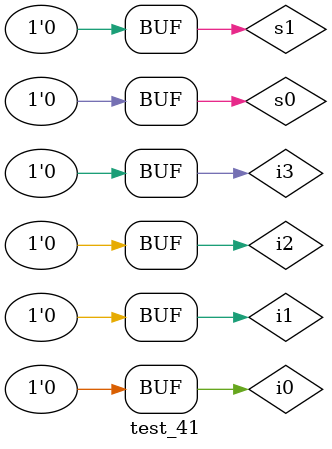
<source format=v>
`timescale 1ns / 1ps


module test_41;

	// Inputs
	reg i0;
	reg i1;
	reg i2;
	reg i3;
	reg s1;
	reg s0;

	// Outputs
	wire out;

	// Instantiate the Unit Under Test (UUT)
	mux41 uut (
		.out(out), 
		.i0(i0), 
		.i1(i1), 
		.i2(i2), 
		.i3(i3), 
		.s1(s1), 
		.s0(s0)
	);

	initial begin
		// Initialize Inputs
		i0 = 0;
		i1 = 0;
		i2 = 0;
		i3 = 0;
		s1 = 0;
		s0 = 0;

		// Wait 100 ns for global reset to finish
		#100;
        
		// Add stimulus here

	end
      
endmodule


</source>
